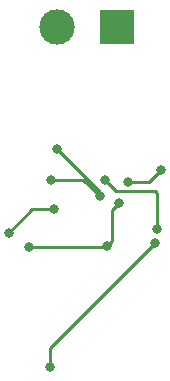
<source format=gbr>
%TF.GenerationSoftware,KiCad,Pcbnew,(6.0.10-0)*%
%TF.CreationDate,2023-02-17T12:21:21-08:00*%
%TF.ProjectId,Exercise 2,45786572-6369-4736-9520-322e6b696361,rev?*%
%TF.SameCoordinates,Original*%
%TF.FileFunction,Copper,L2,Bot*%
%TF.FilePolarity,Positive*%
%FSLAX46Y46*%
G04 Gerber Fmt 4.6, Leading zero omitted, Abs format (unit mm)*
G04 Created by KiCad (PCBNEW (6.0.10-0)) date 2023-02-17 12:21:21*
%MOMM*%
%LPD*%
G01*
G04 APERTURE LIST*
%TA.AperFunction,ComponentPad*%
%ADD10R,3.000000X3.000000*%
%TD*%
%TA.AperFunction,ComponentPad*%
%ADD11C,3.000000*%
%TD*%
%TA.AperFunction,ViaPad*%
%ADD12C,0.800000*%
%TD*%
%TA.AperFunction,Conductor*%
%ADD13C,0.250000*%
%TD*%
G04 APERTURE END LIST*
D10*
%TO.P,J1,1,Pin_1*%
%TO.N,+9V*%
X138750000Y-73575000D03*
D11*
%TO.P,J1,2,Pin_2*%
%TO.N,GND*%
X133670000Y-73575000D03*
%TD*%
D12*
%TO.N,GND*%
X133670000Y-83895000D03*
X133100000Y-86500000D03*
X137275000Y-87910498D03*
%TO.N,/pin_2*%
X142070000Y-90645000D03*
X133385000Y-89015000D03*
X137725000Y-86525000D03*
X129550000Y-90975000D03*
%TO.N,+9V*%
X131225000Y-92225000D03*
X138902900Y-88466200D03*
X139650000Y-86700000D03*
X137825000Y-92109502D03*
X142437500Y-85662500D03*
%TO.N,Net-(C2-Pad1)*%
X141900000Y-91875000D03*
X133025000Y-102375000D03*
%TD*%
D13*
%TO.N,GND*%
X137275000Y-87500000D02*
X133670000Y-83895000D01*
X137275000Y-87910498D02*
X135864502Y-86500000D01*
X135864502Y-86500000D02*
X133100000Y-86500000D01*
X137275000Y-87910498D02*
X137275000Y-87500000D01*
%TO.N,/pin_2*%
X142070000Y-87595000D02*
X142070000Y-90645000D01*
X137725000Y-86525000D02*
X138625000Y-87425000D01*
X133385000Y-89015000D02*
X131510000Y-89015000D01*
X131510000Y-89015000D02*
X129550000Y-90975000D01*
X141900000Y-87425000D02*
X142070000Y-87595000D01*
X138625000Y-87425000D02*
X141900000Y-87425000D01*
%TO.N,+9V*%
X137825000Y-92109502D02*
X137709502Y-92225000D01*
X141400000Y-86700000D02*
X142437500Y-85662500D01*
X137709502Y-92225000D02*
X131225000Y-92225000D01*
X139650000Y-86700000D02*
X141400000Y-86700000D01*
X138275000Y-89094100D02*
X138275000Y-91659502D01*
X138902900Y-88466200D02*
X138275000Y-89094100D01*
X138275000Y-91659502D02*
X137825000Y-92109502D01*
%TO.N,Net-(C2-Pad1)*%
X133025000Y-100750000D02*
X133025000Y-102375000D01*
X141900000Y-91875000D02*
X133025000Y-100750000D01*
%TD*%
M02*

</source>
